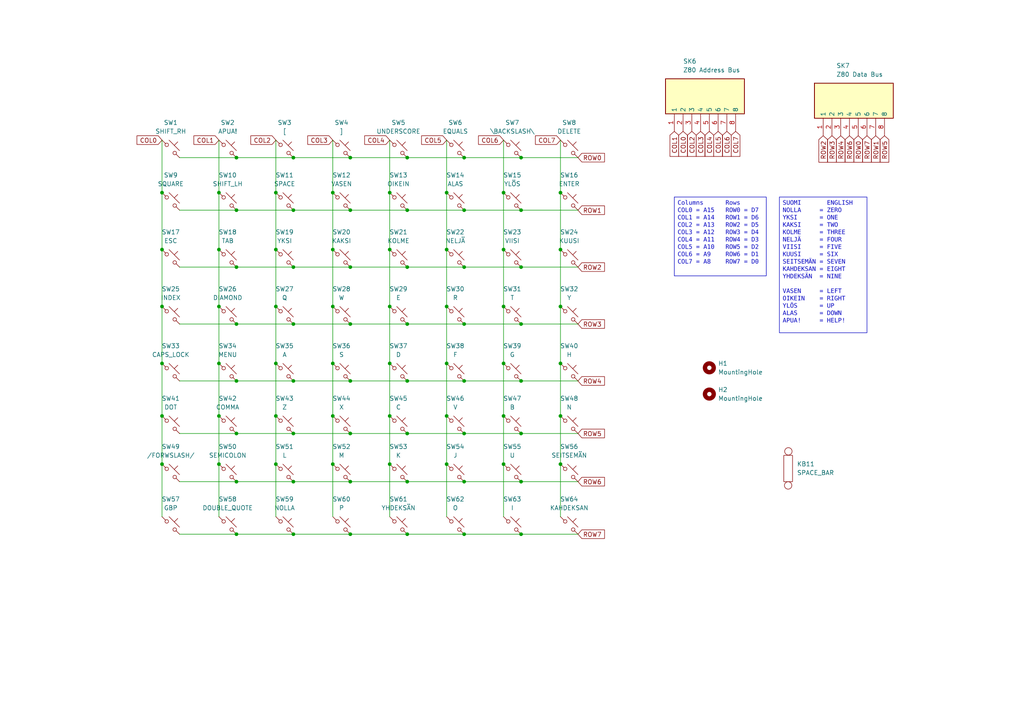
<source format=kicad_sch>
(kicad_sch (version 20250114) (generator "eeschema") (generator_version "9.0")
  (paper "A4")
  (title_block (title "Z88 Mechanical Keyboard") (date "26-Jul-2025") (rev "B") (company "Brett Hallen") (comment 1 "www.youtube.com/@Brfff"))
  (lib_symbols
    (symbol "Clueless_Engineer:5-520314-8"
      (property "Reference" "J" (at 16.51 7.62 0))
      (property "Value" "5-520314-8" (at 16.51 5.08 0))
      (symbol "5-520314-8_1_1"
        (rectangle (start 5.08 2.54) (end 15.24 -20.32) (stroke (width 0.254)) (fill (type background)))
        (pin passive line (at 0 0 0) (length 5.08) (name "1") (number "1"))
        (pin passive line (at 0 -2.54 0) (length 5.08) (name "2") (number "2"))
        (pin passive line (at 0 -5.08 0) (length 5.08) (name "3") (number "3"))
        (pin passive line (at 0 -7.62 0) (length 5.08) (name "4") (number "4"))
        (pin passive line (at 0 -10.16 0) (length 5.08) (name "5") (number "5"))
        (pin passive line (at 0 -12.7 0) (length 5.08) (name "6") (number "6"))
        (pin passive line (at 0 -15.24 0) (length 5.08) (name "7") (number "7"))
        (pin passive line (at 0 -17.78 0) (length 5.08) (name "8") (number "8"))
      )
    )
    (symbol "Clueless_Engineer:Stabiliser"
      (property "Reference" "KB" (at 2.54 0 0))
      (symbol "Stabiliser_0_1"
        (rectangle (start -2.54 2.54) (end 0 -5.08))
        (circle (center -1.2768 -6.1794) (radius 1.0716))
        (circle (center -1.2056 3.7106) (radius 1.0716))
      )
    )
    (symbol "Mechanical:MountingHole" (pin_names (offset 1.016)) (exclude_from_sim yes) (in_bom no)
      (property "Reference" "H" (at 0 5.08 0))
      (property "Value" "MountingHole" (at 0 3.175 0))
      (symbol "MountingHole_0_1"
        (circle (center 0 0) (radius 1.27) (stroke (width 1.27)))
      )
    )
    (symbol "Switch:SW_Push_45deg" (pin_numbers (hide yes)) (pin_names (offset 1.016) (hide yes))
      (property "Reference" "SW" (at 3.048 1.016 0))
      (property "Value" "SW_Push_45deg" (at 0 -3.81 0))
      (symbol "SW_Push_45deg_0_1"
        (polyline (pts (xy -2.54 2.54) (xy -1.524 1.524) (xy -1.524 1.524)))
        (circle (center -1.1684 1.1684) (radius 0.508))
        (polyline (pts (xy -0.508 2.54) (xy 2.54 -0.508)))
        (polyline (pts (xy 1.016 1.016) (xy 2.032 2.032)))
        (circle (center 1.143 -1.1938) (radius 0.508))
        (polyline (pts (xy 1.524 -1.524) (xy 2.54 -2.54) (xy 2.54 -2.54) (xy 2.54 -2.54)))
        (pin passive line (at -2.54 2.54 0) (length 0) (name "1") (number "1"))
        (pin passive line (at 2.54 -2.54 180) (length 0) (name "2") (number "2"))
      )
    )
  )
  (text_box "SUOMI       ENGLISH\nNOLLA     = ZERO\nYKSI      = ONE\nKAKSI     = TWO\nKOLME     = THREE\nNELJÄ     = FOUR\nVIISI     = FIVE\nKUUSI     = SIX\nSEITSEMÄN = SEVEN\nKAHDEKSAN = EIGHT\nYHDEKSÄN  = NINE\n\nVASEN     = LEFT\nOIKEIN    = RIGHT\nYLÖS      = UP\nALAS      = DOWN\nAPUA!     = HELP!" (at 226.06 57.15 0) (size 25.4 39.37) (margins 0.9525 0.9525 0.9525 0.9525) (effects (font (size 1.27 1.27)) (justify left top)))
  (text_box "Columns      Rows\nCOL0 = A15   ROW0 = D7\nCOL1 = A14   ROW1 = D6\nCOL2 = A13   ROW2 = D5\nCOL3 = A12   ROW3 = D4\nCOL4 = A11   ROW4 = D3\nCOL5 = A10   ROW5 = D2\nCOL6 = A9    ROW6 = D1\nCOL7 = A8    ROW7 = D0" (at 195.58 57.15 0) (size 26.67 22.86) (margins 0.9525 0.9525 0.9525 0.9525) (effects (font (size 1.27 1.27)) (justify left top)))
  (junction (at 162.56 120.65))
  (junction (at 151.13 110.49))
  (junction (at 118.11 110.49))
  (junction (at 129.54 55.88))
  (junction (at 101.6 139.7))
  (junction (at 129.54 120.65))
  (junction (at 134.62 154.94))
  (junction (at 80.01 55.88))
  (junction (at 118.11 139.7))
  (junction (at 68.58 154.94))
  (junction (at 96.52 55.88))
  (junction (at 151.13 154.94))
  (junction (at 129.54 88.9))
  (junction (at 46.99 120.65))
  (junction (at 113.03 88.9))
  (junction (at 113.03 120.65))
  (junction (at 129.54 72.39))
  (junction (at 146.05 105.41))
  (junction (at 46.99 55.88))
  (junction (at 101.6 110.49))
  (junction (at 80.01 120.65))
  (junction (at 113.03 72.39))
  (junction (at 63.5 72.39))
  (junction (at 134.62 93.98))
  (junction (at 113.03 134.62))
  (junction (at 68.58 139.7))
  (junction (at 162.56 88.9))
  (junction (at 101.6 93.98))
  (junction (at 63.5 120.65))
  (junction (at 151.13 77.47))
  (junction (at 162.56 105.41))
  (junction (at 46.99 72.39))
  (junction (at 80.01 134.62))
  (junction (at 46.99 88.9))
  (junction (at 80.01 88.9))
  (junction (at 63.5 88.9))
  (junction (at 151.13 60.96))
  (junction (at 118.11 125.73))
  (junction (at 80.01 105.41))
  (junction (at 68.58 110.49))
  (junction (at 46.99 134.62))
  (junction (at 96.52 134.62))
  (junction (at 101.6 125.73))
  (junction (at 85.09 77.47))
  (junction (at 68.58 125.73))
  (junction (at 146.05 120.65))
  (junction (at 134.62 125.73))
  (junction (at 162.56 55.88))
  (junction (at 85.09 110.49))
  (junction (at 151.13 93.98))
  (junction (at 118.11 77.47))
  (junction (at 118.11 154.94))
  (junction (at 85.09 45.72))
  (junction (at 151.13 45.72))
  (junction (at 162.56 72.39))
  (junction (at 134.62 77.47))
  (junction (at 151.13 125.73))
  (junction (at 63.5 105.41))
  (junction (at 118.11 60.96))
  (junction (at 101.6 60.96))
  (junction (at 85.09 139.7))
  (junction (at 46.99 105.41))
  (junction (at 96.52 72.39))
  (junction (at 146.05 55.88))
  (junction (at 85.09 154.94))
  (junction (at 162.56 134.62))
  (junction (at 68.58 45.72))
  (junction (at 68.58 60.96))
  (junction (at 118.11 45.72))
  (junction (at 63.5 134.62))
  (junction (at 134.62 110.49))
  (junction (at 68.58 93.98))
  (junction (at 113.03 55.88))
  (junction (at 134.62 60.96))
  (junction (at 96.52 120.65))
  (junction (at 85.09 125.73))
  (junction (at 63.5 55.88))
  (junction (at 146.05 88.9))
  (junction (at 68.58 77.47))
  (junction (at 134.62 45.72))
  (junction (at 129.54 105.41))
  (junction (at 146.05 72.39))
  (junction (at 146.05 134.62))
  (junction (at 101.6 45.72))
  (junction (at 80.01 72.39))
  (junction (at 129.54 134.62))
  (junction (at 113.03 105.41))
  (junction (at 101.6 77.47))
  (junction (at 151.13 139.7))
  (junction (at 96.52 105.41))
  (junction (at 101.6 154.94))
  (junction (at 118.11 93.98))
  (junction (at 85.09 93.98))
  (junction (at 85.09 60.96))
  (junction (at 134.62 139.7))
  (junction (at 96.52 88.9))
  (wire (pts (xy 80.01 134.62) (xy 80.01 149.86)))
  (wire (pts (xy 68.58 77.47) (xy 85.09 77.47)))
  (wire (pts (xy 63.5 40.64) (xy 63.5 55.88)))
  (wire (pts (xy 118.11 125.73) (xy 134.62 125.73)))
  (wire (pts (xy 146.05 120.65) (xy 146.05 134.62)))
  (wire (pts (xy 146.05 134.62) (xy 146.05 149.86)))
  (wire (pts (xy 63.5 88.9) (xy 63.5 105.41)))
  (wire (pts (xy 52.07 110.49) (xy 68.58 110.49)))
  (wire (pts (xy 129.54 55.88) (xy 129.54 72.39)))
  (wire (pts (xy 46.99 88.9) (xy 46.99 105.41)))
  (wire (pts (xy 80.01 40.64) (xy 80.01 55.88)))
  (wire (pts (xy 46.99 40.64) (xy 46.99 55.88)))
  (wire (pts (xy 52.07 77.47) (xy 68.58 77.47)))
  (wire (pts (xy 80.01 105.41) (xy 80.01 120.65)))
  (wire (pts (xy 85.09 77.47) (xy 101.6 77.47)))
  (wire (pts (xy 134.62 154.94) (xy 151.13 154.94)))
  (wire (pts (xy 68.58 60.96) (xy 85.09 60.96)))
  (wire (pts (xy 63.5 55.88) (xy 63.5 72.39)))
  (wire (pts (xy 80.01 88.9) (xy 80.01 105.41)))
  (wire (pts (xy 118.11 139.7) (xy 134.62 139.7)))
  (wire (pts (xy 151.13 125.73) (xy 167.64 125.73)))
  (wire (pts (xy 46.99 72.39) (xy 46.99 88.9)))
  (wire (pts (xy 46.99 105.41) (xy 46.99 120.65)))
  (wire (pts (xy 113.03 40.64) (xy 113.03 55.88)))
  (wire (pts (xy 52.07 93.98) (xy 68.58 93.98)))
  (wire (pts (xy 63.5 72.39) (xy 63.5 88.9)))
  (wire (pts (xy 68.58 110.49) (xy 85.09 110.49)))
  (wire (pts (xy 151.13 60.96) (xy 167.64 60.96)))
  (wire (pts (xy 113.03 55.88) (xy 113.03 72.39)))
  (wire (pts (xy 52.07 45.72) (xy 68.58 45.72)))
  (wire (pts (xy 118.11 45.72) (xy 134.62 45.72)))
  (wire (pts (xy 101.6 139.7) (xy 118.11 139.7)))
  (wire (pts (xy 134.62 110.49) (xy 151.13 110.49)))
  (wire (pts (xy 101.6 60.96) (xy 118.11 60.96)))
  (wire (pts (xy 134.62 60.96) (xy 151.13 60.96)))
  (wire (pts (xy 96.52 120.65) (xy 96.52 134.62)))
  (wire (pts (xy 96.52 134.62) (xy 96.52 149.86)))
  (wire (pts (xy 46.99 55.88) (xy 46.99 72.39)))
  (wire (pts (xy 146.05 88.9) (xy 146.05 105.41)))
  (wire (pts (xy 113.03 134.62) (xy 113.03 149.86)))
  (wire (pts (xy 80.01 72.39) (xy 80.01 88.9)))
  (wire (pts (xy 101.6 154.94) (xy 118.11 154.94)))
  (wire (pts (xy 129.54 120.65) (xy 129.54 134.62)))
  (wire (pts (xy 96.52 55.88) (xy 96.52 72.39)))
  (wire (pts (xy 63.5 105.41) (xy 63.5 120.65)))
  (wire (pts (xy 80.01 120.65) (xy 80.01 134.62)))
  (wire (pts (xy 134.62 45.72) (xy 151.13 45.72)))
  (wire (pts (xy 46.99 120.65) (xy 46.99 134.62)))
  (wire (pts (xy 80.01 55.88) (xy 80.01 72.39)))
  (wire (pts (xy 129.54 88.9) (xy 129.54 105.41)))
  (wire (pts (xy 46.99 134.62) (xy 46.99 149.86)))
  (wire (pts (xy 63.5 120.65) (xy 63.5 134.62)))
  (wire (pts (xy 151.13 110.49) (xy 167.64 110.49)))
  (wire (pts (xy 129.54 40.64) (xy 129.54 55.88)))
  (wire (pts (xy 118.11 93.98) (xy 134.62 93.98)))
  (wire (pts (xy 162.56 134.62) (xy 162.56 149.86)))
  (wire (pts (xy 146.05 105.41) (xy 146.05 120.65)))
  (wire (pts (xy 101.6 110.49) (xy 118.11 110.49)))
  (wire (pts (xy 85.09 154.94) (xy 101.6 154.94)))
  (wire (pts (xy 52.07 125.73) (xy 68.58 125.73)))
  (wire (pts (xy 118.11 154.94) (xy 134.62 154.94)))
  (wire (pts (xy 162.56 120.65) (xy 162.56 134.62)))
  (wire (pts (xy 113.03 88.9) (xy 113.03 105.41)))
  (wire (pts (xy 134.62 93.98) (xy 151.13 93.98)))
  (wire (pts (xy 113.03 105.41) (xy 113.03 120.65)))
  (wire (pts (xy 146.05 55.88) (xy 146.05 72.39)))
  (wire (pts (xy 146.05 72.39) (xy 146.05 88.9)))
  (wire (pts (xy 129.54 134.62) (xy 129.54 149.86)))
  (wire (pts (xy 162.56 40.64) (xy 162.56 55.88)))
  (wire (pts (xy 129.54 105.41) (xy 129.54 120.65)))
  (wire (pts (xy 118.11 77.47) (xy 134.62 77.47)))
  (wire (pts (xy 134.62 77.47) (xy 151.13 77.47)))
  (wire (pts (xy 96.52 40.64) (xy 96.52 55.88)))
  (wire (pts (xy 151.13 154.94) (xy 167.64 154.94)))
  (wire (pts (xy 101.6 77.47) (xy 118.11 77.47)))
  (wire (pts (xy 151.13 45.72) (xy 167.64 45.72)))
  (wire (pts (xy 85.09 45.72) (xy 101.6 45.72)))
  (wire (pts (xy 101.6 125.73) (xy 118.11 125.73)))
  (wire (pts (xy 85.09 93.98) (xy 101.6 93.98)))
  (wire (pts (xy 68.58 154.94) (xy 85.09 154.94)))
  (wire (pts (xy 134.62 139.7) (xy 151.13 139.7)))
  (wire (pts (xy 146.05 40.64) (xy 146.05 55.88)))
  (wire (pts (xy 96.52 88.9) (xy 96.52 105.41)))
  (wire (pts (xy 85.09 139.7) (xy 101.6 139.7)))
  (wire (pts (xy 118.11 60.96) (xy 134.62 60.96)))
  (wire (pts (xy 113.03 72.39) (xy 113.03 88.9)))
  (wire (pts (xy 101.6 93.98) (xy 118.11 93.98)))
  (wire (pts (xy 68.58 45.72) (xy 85.09 45.72)))
  (wire (pts (xy 162.56 72.39) (xy 162.56 88.9)))
  (wire (pts (xy 118.11 110.49) (xy 134.62 110.49)))
  (wire (pts (xy 52.07 154.94) (xy 68.58 154.94)))
  (wire (pts (xy 52.07 139.7) (xy 68.58 139.7)))
  (wire (pts (xy 151.13 93.98) (xy 167.64 93.98)))
  (wire (pts (xy 68.58 125.73) (xy 85.09 125.73)))
  (wire (pts (xy 113.03 120.65) (xy 113.03 134.62)))
  (wire (pts (xy 85.09 60.96) (xy 101.6 60.96)))
  (wire (pts (xy 85.09 110.49) (xy 101.6 110.49)))
  (wire (pts (xy 101.6 45.72) (xy 118.11 45.72)))
  (wire (pts (xy 162.56 55.88) (xy 162.56 72.39)))
  (wire (pts (xy 68.58 93.98) (xy 85.09 93.98)))
  (wire (pts (xy 63.5 134.62) (xy 63.5 149.86)))
  (wire (pts (xy 129.54 72.39) (xy 129.54 88.9)))
  (wire (pts (xy 68.58 139.7) (xy 85.09 139.7)))
  (wire (pts (xy 151.13 77.47) (xy 167.64 77.47)))
  (wire (pts (xy 96.52 72.39) (xy 96.52 88.9)))
  (wire (pts (xy 162.56 105.41) (xy 162.56 120.65)))
  (wire (pts (xy 52.07 60.96) (xy 68.58 60.96)))
  (wire (pts (xy 85.09 125.73) (xy 101.6 125.73)))
  (wire (pts (xy 134.62 125.73) (xy 151.13 125.73)))
  (wire (pts (xy 162.56 88.9) (xy 162.56 105.41)))
  (wire (pts (xy 96.52 105.41) (xy 96.52 120.65)))
  (wire (pts (xy 151.13 139.7) (xy 167.64 139.7)))
  (global_label "COL7" (shape input) (at 213.36 38.1 270) (property "Intersheetrefs" "${INTERSHEET_REFS}" (effects (hide yes))))
  (global_label "ROW7" (shape input) (at 167.64 154.94 0) (property "Intersheetrefs" "${INTERSHEET_REFS}" (effects (hide yes))))
  (global_label "COL2" (shape input) (at 80.01 40.64 180) (property "Intersheetrefs" "${INTERSHEET_REFS}" (effects (hide yes))))
  (global_label "COL0" (shape input) (at 198.12 38.1 270) (property "Intersheetrefs" "${INTERSHEET_REFS}" (effects (hide yes))))
  (global_label "COL1" (shape input) (at 63.5 40.64 180) (property "Intersheetrefs" "${INTERSHEET_REFS}" (effects (hide yes))))
  (global_label "COL5" (shape input) (at 129.54 40.64 180) (property "Intersheetrefs" "${INTERSHEET_REFS}" (effects (hide yes))))
  (global_label "COL3" (shape input) (at 203.2 38.1 270) (property "Intersheetrefs" "${INTERSHEET_REFS}" (effects (hide yes))))
  (global_label "ROW3" (shape input) (at 167.64 93.98 0) (property "Intersheetrefs" "${INTERSHEET_REFS}" (effects (hide yes))))
  (global_label "COL7" (shape input) (at 162.56 40.64 180) (property "Intersheetrefs" "${INTERSHEET_REFS}" (effects (hide yes))))
  (global_label "COL0" (shape input) (at 46.99 40.64 180) (property "Intersheetrefs" "${INTERSHEET_REFS}" (effects (hide yes))))
  (global_label "ROW4" (shape input) (at 167.64 110.49 0) (property "Intersheetrefs" "${INTERSHEET_REFS}" (effects (hide yes))))
  (global_label "ROW5" (shape input) (at 256.54 39.37 270) (property "Intersheetrefs" "${INTERSHEET_REFS}" (effects (hide yes))))
  (global_label "ROW2" (shape input) (at 167.64 77.47 0) (property "Intersheetrefs" "${INTERSHEET_REFS}" (effects (hide yes))))
  (global_label "COL6" (shape input) (at 210.82 38.1 270) (property "Intersheetrefs" "${INTERSHEET_REFS}" (effects (hide yes))))
  (global_label "COL2" (shape input) (at 200.66 38.1 270) (property "Intersheetrefs" "${INTERSHEET_REFS}" (effects (hide yes))))
  (global_label "COL4" (shape input) (at 113.03 40.64 180) (property "Intersheetrefs" "${INTERSHEET_REFS}" (effects (hide yes))))
  (global_label "ROW2" (shape input) (at 238.76 39.37 270) (property "Intersheetrefs" "${INTERSHEET_REFS}" (effects (hide yes))))
  (global_label "ROW1" (shape input) (at 167.64 60.96 0) (property "Intersheetrefs" "${INTERSHEET_REFS}" (effects (hide yes))))
  (global_label "COL3" (shape input) (at 96.52 40.64 180) (property "Intersheetrefs" "${INTERSHEET_REFS}" (effects (hide yes))))
  (global_label "ROW5" (shape input) (at 167.64 125.73 0) (property "Intersheetrefs" "${INTERSHEET_REFS}" (effects (hide yes))))
  (global_label "COL1" (shape input) (at 195.58 38.1 270) (property "Intersheetrefs" "${INTERSHEET_REFS}" (effects (hide yes))))
  (global_label "ROW6" (shape input) (at 246.38 39.37 270) (property "Intersheetrefs" "${INTERSHEET_REFS}" (effects (hide yes))))
  (global_label "ROW6" (shape input) (at 167.64 139.7 0) (property "Intersheetrefs" "${INTERSHEET_REFS}" (effects (hide yes))))
  (global_label "ROW4" (shape input) (at 243.84 39.37 270) (property "Intersheetrefs" "${INTERSHEET_REFS}" (effects (hide yes))))
  (global_label "ROW0" (shape input) (at 248.92 39.37 270) (property "Intersheetrefs" "${INTERSHEET_REFS}" (effects (hide yes))))
  (global_label "COL4" (shape input) (at 205.74 38.1 270) (property "Intersheetrefs" "${INTERSHEET_REFS}" (effects (hide yes))))
  (global_label "COL6" (shape input) (at 146.05 40.64 180) (property "Intersheetrefs" "${INTERSHEET_REFS}" (effects (hide yes))))
  (global_label "COL5" (shape input) (at 208.28 38.1 270) (property "Intersheetrefs" "${INTERSHEET_REFS}" (effects (hide yes))))
  (global_label "ROW0" (shape input) (at 167.64 45.72 0) (property "Intersheetrefs" "${INTERSHEET_REFS}" (effects (hide yes))))
  (global_label "ROW7" (shape input) (at 251.46 39.37 270) (property "Intersheetrefs" "${INTERSHEET_REFS}" (effects (hide yes))))
  (global_label "ROW3" (shape input) (at 241.3 39.37 270) (property "Intersheetrefs" "${INTERSHEET_REFS}" (effects (hide yes))))
  (global_label "ROW1" (shape input) (at 254 39.37 270) (property "Intersheetrefs" "${INTERSHEET_REFS}" (effects (hide yes))))
  (symbol (lib_id "Switch:SW_Push_45deg") (at 82.55 137.16 0) (unit 1)
    (property "Reference" "SW51" (at 82.55 129.54 0))
    (property "Value" "L" (at 82.55 132.08 0))
    (property "Footprint" "Clueless_Engineer:SW_Gateron_LowProfile_THT" (effects (hide yes)))
    (property "Description" "Push button switch, normally open, two pins, 45° tilted" (effects (hide yes)))
  )
  (symbol (lib_id "Switch:SW_Push_45deg") (at 115.57 123.19 0) (unit 1)
    (property "Reference" "SW45" (at 115.57 115.57 0))
    (property "Value" "C" (at 115.57 118.11 0))
    (property "Footprint" "Clueless_Engineer:SW_Gateron_LowProfile_THT" (effects (hide yes)))
    (property "Description" "Push button switch, normally open, two pins, 45° tilted" (effects (hide yes)))
  )
  (symbol (lib_id "Mechanical:MountingHole") (at 205.74 106.68 0) (unit 1) (exclude_from_sim yes) (in_bom no)
    (property "Reference" "H1" (at 208.28 105.4099 0) (effects (justify left)))
    (property "Value" "MountingHole" (at 208.28 107.9499 0) (effects (justify left)))
    (property "Footprint" "MountingHole:MountingHole_3.2mm_M3" (effects (hide yes)))
    (property "Description" "Mounting Hole without connection" (effects (hide yes)))
  )
  (symbol (lib_id "Switch:SW_Push_45deg") (at 165.1 43.18 0) (unit 1)
    (property "Reference" "SW8" (at 165.1 35.56 0))
    (property "Value" "DELETE" (at 165.1 38.1 0))
    (property "Footprint" "Clueless_Engineer:SW_Gateron_LowProfile_THT" (effects (hide yes)))
    (property "Description" "Push button switch, normally open, two pins, 45° tilted" (effects (hide yes)))
  )
  (symbol (lib_id "Switch:SW_Push_45deg") (at 115.57 43.18 0) (unit 1)
    (property "Reference" "SW5" (at 115.57 35.56 0))
    (property "Value" "UNDERSCORE" (at 115.57 38.1 0))
    (property "Footprint" "Clueless_Engineer:SW_Gateron_LowProfile_THT" (effects (hide yes)))
    (property "Description" "Push button switch, normally open, two pins, 45° tilted" (effects (hide yes)))
  )
  (symbol (lib_id "Switch:SW_Push_45deg") (at 132.08 152.4 0) (unit 1)
    (property "Reference" "SW62" (at 132.08 144.78 0))
    (property "Value" "O" (at 132.08 147.32 0))
    (property "Footprint" "Clueless_Engineer:SW_Gateron_LowProfile_THT" (effects (hide yes)))
    (property "Description" "Push button switch, normally open, two pins, 45° tilted" (effects (hide yes)))
  )
  (symbol (lib_id "Switch:SW_Push_45deg") (at 66.04 152.4 0) (unit 1)
    (property "Reference" "SW58" (at 66.04 144.78 0))
    (property "Value" "DOUBLE_QUOTE" (at 66.04 147.32 0))
    (property "Footprint" "Clueless_Engineer:SW_Gateron_LowProfile_THT" (effects (hide yes)))
    (property "Description" "Push button switch, normally open, two pins, 45° tilted" (effects (hide yes)))
  )
  (symbol (lib_id "Switch:SW_Push_45deg") (at 49.53 58.42 0) (unit 1)
    (property "Reference" "SW9" (at 49.53 50.8 0))
    (property "Value" "SQUARE" (at 49.53 53.34 0))
    (property "Footprint" "Clueless_Engineer:SW_Gateron_LowProfile_THT" (effects (hide yes)))
    (property "Description" "Push button switch, normally open, two pins, 45° tilted" (effects (hide yes)))
  )
  (symbol (lib_id "Switch:SW_Push_45deg") (at 115.57 137.16 0) (unit 1)
    (property "Reference" "SW53" (at 115.57 129.54 0))
    (property "Value" "K" (at 115.57 132.08 0))
    (property "Footprint" "Clueless_Engineer:SW_Gateron_LowProfile_THT" (effects (hide yes)))
    (property "Description" "Push button switch, normally open, two pins, 45° tilted" (effects (hide yes)))
  )
  (symbol (lib_id "Switch:SW_Push_45deg") (at 82.55 123.19 0) (unit 1)
    (property "Reference" "SW43" (at 82.55 115.57 0))
    (property "Value" "Z" (at 82.55 118.11 0))
    (property "Footprint" "Clueless_Engineer:SW_Gateron_LowProfile_THT" (effects (hide yes)))
    (property "Description" "Push button switch, normally open, two pins, 45° tilted" (effects (hide yes)))
  )
  (symbol (lib_id "Switch:SW_Push_45deg") (at 82.55 91.44 0) (unit 1)
    (property "Reference" "SW27" (at 82.55 83.82 0))
    (property "Value" "Q" (at 82.55 86.36 0))
    (property "Footprint" "Clueless_Engineer:SW_Gateron_LowProfile_THT" (effects (hide yes)))
    (property "Description" "Push button switch, normally open, two pins, 45° tilted" (effects (hide yes)))
  )
  (symbol (lib_id "Switch:SW_Push_45deg") (at 115.57 152.4 0) (unit 1)
    (property "Reference" "SW61" (at 115.57 144.78 0))
    (property "Value" "YHDEKSÄN" (at 115.57 147.32 0))
    (property "Footprint" "Clueless_Engineer:SW_Gateron_LowProfile_THT" (effects (hide yes)))
    (property "Description" "Push button switch, normally open, two pins, 45° tilted" (effects (hide yes)))
  )
  (symbol (lib_id "Switch:SW_Push_45deg") (at 148.59 123.19 0) (unit 1)
    (property "Reference" "SW47" (at 148.59 115.57 0))
    (property "Value" "B" (at 148.59 118.11 0))
    (property "Footprint" "Clueless_Engineer:SW_Gateron_LowProfile_THT" (effects (hide yes)))
    (property "Description" "Push button switch, normally open, two pins, 45° tilted" (effects (hide yes)))
  )
  (symbol (lib_id "Switch:SW_Push_45deg") (at 82.55 74.93 0) (unit 1)
    (property "Reference" "SW19" (at 82.55 67.31 0))
    (property "Value" "YKSI" (at 82.55 69.85 0))
    (property "Footprint" "Clueless_Engineer:SW_Gateron_LowProfile_THT" (effects (hide yes)))
    (property "Description" "Push button switch, normally open, two pins, 45° tilted" (effects (hide yes)))
  )
  (symbol (lib_id "Switch:SW_Push_45deg") (at 82.55 43.18 0) (unit 1)
    (property "Reference" "SW3" (at 82.55 35.56 0))
    (property "Value" "[" (at 82.55 38.1 0))
    (property "Footprint" "Clueless_Engineer:SW_Gateron_LowProfile_THT" (effects (hide yes)))
    (property "Description" "Push button switch, normally open, two pins, 45° tilted" (effects (hide yes)))
  )
  (symbol (lib_id "Switch:SW_Push_45deg") (at 49.53 107.95 0) (unit 1)
    (property "Reference" "SW33" (at 49.53 100.33 0))
    (property "Value" "CAPS_LOCK" (at 49.53 102.87 0))
    (property "Footprint" "Clueless_Engineer:SW_Gateron_LowProfile_THT" (effects (hide yes)))
    (property "Description" "Push button switch, normally open, two pins, 45° tilted" (effects (hide yes)))
  )
  (symbol (lib_id "Switch:SW_Push_45deg") (at 49.53 137.16 0) (unit 1)
    (property "Reference" "SW49" (at 49.53 129.54 0))
    (property "Value" "/FORWSLASH/" (at 49.53 132.08 0))
    (property "Footprint" "Clueless_Engineer:SW_Gateron_LowProfile_THT" (effects (hide yes)))
    (property "Description" "Push button switch, normally open, two pins, 45° tilted" (effects (hide yes)))
  )
  (symbol (lib_id "Switch:SW_Push_45deg") (at 132.08 58.42 0) (unit 1)
    (property "Reference" "SW14" (at 132.08 50.8 0))
    (property "Value" "ALAS" (at 132.08 53.34 0))
    (property "Footprint" "Clueless_Engineer:SW_Gateron_LowProfile_THT" (effects (hide yes)))
    (property "Description" "Push button switch, normally open, two pins, 45° tilted" (effects (hide yes)))
  )
  (symbol (lib_id "Switch:SW_Push_45deg") (at 132.08 74.93 0) (unit 1)
    (property "Reference" "SW22" (at 132.08 67.31 0))
    (property "Value" "NELJÄ" (at 132.08 69.85 0))
    (property "Footprint" "Clueless_Engineer:SW_Gateron_LowProfile_THT" (effects (hide yes)))
    (property "Description" "Push button switch, normally open, two pins, 45° tilted" (effects (hide yes)))
  )
  (symbol (lib_id "Switch:SW_Push_45deg") (at 99.06 123.19 0) (unit 1)
    (property "Reference" "SW44" (at 99.06 115.57 0))
    (property "Value" "X" (at 99.06 118.11 0))
    (property "Footprint" "Clueless_Engineer:SW_Gateron_LowProfile_THT" (effects (hide yes)))
    (property "Description" "Push button switch, normally open, two pins, 45° tilted" (effects (hide yes)))
  )
  (symbol (lib_id "Switch:SW_Push_45deg") (at 115.57 107.95 0) (unit 1)
    (property "Reference" "SW37" (at 115.57 100.33 0))
    (property "Value" "D" (at 115.57 102.87 0))
    (property "Footprint" "Clueless_Engineer:SW_Gateron_LowProfile_THT" (effects (hide yes)))
    (property "Description" "Push button switch, normally open, two pins, 45° tilted" (effects (hide yes)))
  )
  (symbol (lib_id "Switch:SW_Push_45deg") (at 82.55 58.42 0) (unit 1)
    (property "Reference" "SW11" (at 82.55 50.8 0))
    (property "Value" "SPACE" (at 82.55 53.34 0))
    (property "Footprint" "Clueless_Engineer:SW_Gateron_LowProfile_THT" (effects (hide yes)))
    (property "Description" "Push button switch, normally open, two pins, 45° tilted" (effects (hide yes)))
  )
  (symbol (lib_id "Switch:SW_Push_45deg") (at 66.04 74.93 0) (unit 1)
    (property "Reference" "SW18" (at 66.04 67.31 0))
    (property "Value" "TAB" (at 66.04 69.85 0))
    (property "Footprint" "Clueless_Engineer:SW_Gateron_LowProfile_THT" (effects (hide yes)))
    (property "Description" "Push button switch, normally open, two pins, 45° tilted" (effects (hide yes)))
  )
  (symbol (lib_id "Switch:SW_Push_45deg") (at 132.08 43.18 0) (unit 1)
    (property "Reference" "SW6" (at 132.08 35.56 0))
    (property "Value" "EQUALS" (at 132.08 38.1 0))
    (property "Footprint" "Clueless_Engineer:SW_Gateron_LowProfile_THT" (effects (hide yes)))
    (property "Description" "Push button switch, normally open, two pins, 45° tilted" (effects (hide yes)))
  )
  (symbol (lib_id "Switch:SW_Push_45deg") (at 148.59 137.16 0) (unit 1)
    (property "Reference" "SW55" (at 148.59 129.54 0))
    (property "Value" "U" (at 148.59 132.08 0))
    (property "Footprint" "Clueless_Engineer:SW_Gateron_LowProfile_THT" (effects (hide yes)))
    (property "Description" "Push button switch, normally open, two pins, 45° tilted" (effects (hide yes)))
  )
  (symbol (lib_id "Switch:SW_Push_45deg") (at 115.57 91.44 0) (unit 1)
    (property "Reference" "SW29" (at 115.57 83.82 0))
    (property "Value" "E" (at 115.57 86.36 0))
    (property "Footprint" "Clueless_Engineer:SW_Gateron_LowProfile_THT" (effects (hide yes)))
    (property "Description" "Push button switch, normally open, two pins, 45° tilted" (effects (hide yes)))
  )
  (symbol (lib_id "Switch:SW_Push_45deg") (at 148.59 152.4 0) (unit 1)
    (property "Reference" "SW63" (at 148.59 144.78 0))
    (property "Value" "I" (at 148.59 147.32 0))
    (property "Footprint" "Clueless_Engineer:SW_Gateron_LowProfile_THT" (effects (hide yes)))
    (property "Description" "Push button switch, normally open, two pins, 45° tilted" (effects (hide yes)))
  )
  (symbol (lib_id "Switch:SW_Push_45deg") (at 115.57 58.42 0) (unit 1)
    (property "Reference" "SW13" (at 115.57 50.8 0))
    (property "Value" "OIKEIN" (at 115.57 53.34 0))
    (property "Footprint" "Clueless_Engineer:SW_Gateron_LowProfile_THT" (effects (hide yes)))
    (property "Description" "Push button switch, normally open, two pins, 45° tilted" (effects (hide yes)))
  )
  (symbol (lib_id "Switch:SW_Push_45deg") (at 49.53 74.93 0) (unit 1)
    (property "Reference" "SW17" (at 49.53 67.31 0))
    (property "Value" "ESC" (at 49.53 69.85 0))
    (property "Footprint" "Clueless_Engineer:SW_Gateron_LowProfile_THT" (effects (hide yes)))
    (property "Description" "Push button switch, normally open, two pins, 45° tilted" (effects (hide yes)))
  )
  (symbol (lib_id "Switch:SW_Push_45deg") (at 99.06 152.4 0) (unit 1)
    (property "Reference" "SW60" (at 99.06 144.78 0))
    (property "Value" "P" (at 99.06 147.32 0))
    (property "Footprint" "Clueless_Engineer:SW_Gateron_LowProfile_THT" (effects (hide yes)))
    (property "Description" "Push button switch, normally open, two pins, 45° tilted" (effects (hide yes)))
  )
  (symbol (lib_id "Switch:SW_Push_45deg") (at 66.04 107.95 0) (unit 1)
    (property "Reference" "SW34" (at 66.04 100.33 0))
    (property "Value" "MENU" (at 66.04 102.87 0))
    (property "Footprint" "Clueless_Engineer:SW_Gateron_LowProfile_THT" (effects (hide yes)))
    (property "Description" "Push button switch, normally open, two pins, 45° tilted" (effects (hide yes)))
  )
  (symbol (lib_id "Switch:SW_Push_45deg") (at 82.55 107.95 0) (unit 1)
    (property "Reference" "SW35" (at 82.55 100.33 0))
    (property "Value" "A" (at 82.55 102.87 0))
    (property "Footprint" "Clueless_Engineer:SW_Gateron_LowProfile_THT" (effects (hide yes)))
    (property "Description" "Push button switch, normally open, two pins, 45° tilted" (effects (hide yes)))
  )
  (symbol (lib_id "Switch:SW_Push_45deg") (at 115.57 74.93 0) (unit 1)
    (property "Reference" "SW21" (at 115.57 67.31 0))
    (property "Value" "KOLME" (at 115.57 69.85 0))
    (property "Footprint" "Clueless_Engineer:SW_Gateron_LowProfile_THT" (effects (hide yes)))
    (property "Description" "Push button switch, normally open, two pins, 45° tilted" (effects (hide yes)))
  )
  (symbol (lib_id "Switch:SW_Push_45deg") (at 165.1 58.42 0) (unit 1)
    (property "Reference" "SW16" (at 165.1 50.8 0))
    (property "Value" "ENTER" (at 165.1 53.34 0))
    (property "Footprint" "Clueless_Engineer:SW_Gateron_LowProfile_THT" (effects (hide yes)))
    (property "Description" "Push button switch, normally open, two pins, 45° tilted" (effects (hide yes)))
  )
  (symbol (lib_id "Switch:SW_Push_45deg") (at 49.53 123.19 0) (unit 1)
    (property "Reference" "SW41" (at 49.53 115.57 0))
    (property "Value" "DOT" (at 49.53 118.11 0))
    (property "Footprint" "Clueless_Engineer:SW_Gateron_LowProfile_THT" (effects (hide yes)))
    (property "Description" "Push button switch, normally open, two pins, 45° tilted" (effects (hide yes)))
  )
  (symbol (lib_id "Switch:SW_Push_45deg") (at 132.08 107.95 0) (unit 1)
    (property "Reference" "SW38" (at 132.08 100.33 0))
    (property "Value" "F" (at 132.08 102.87 0))
    (property "Footprint" "Clueless_Engineer:SW_Gateron_LowProfile_THT" (effects (hide yes)))
    (property "Description" "Push button switch, normally open, two pins, 45° tilted" (effects (hide yes)))
  )
  (symbol (lib_id "Switch:SW_Push_45deg") (at 165.1 152.4 0) (unit 1)
    (property "Reference" "SW64" (at 165.1 144.78 0))
    (property "Value" "KAHDEKSAN" (at 165.1 147.32 0))
    (property "Footprint" "Clueless_Engineer:SW_Gateron_LowProfile_THT" (effects (hide yes)))
    (property "Description" "Push button switch, normally open, two pins, 45° tilted" (effects (hide yes)))
  )
  (symbol (lib_id "Switch:SW_Push_45deg") (at 165.1 91.44 0) (unit 1)
    (property "Reference" "SW32" (at 165.1 83.82 0))
    (property "Value" "Y" (at 165.1 86.36 0))
    (property "Footprint" "Clueless_Engineer:SW_Gateron_LowProfile_THT" (effects (hide yes)))
    (property "Description" "Push button switch, normally open, two pins, 45° tilted" (effects (hide yes)))
  )
  (symbol (lib_id "Switch:SW_Push_45deg") (at 148.59 43.18 0) (unit 1)
    (property "Reference" "SW7" (at 148.59 35.56 0))
    (property "Value" "\\BACKSLASH\\" (at 148.59 38.1 0))
    (property "Footprint" "Clueless_Engineer:SW_Gateron_LowProfile_THT" (effects (hide yes)))
    (property "Description" "Push button switch, normally open, two pins, 45° tilted" (effects (hide yes)))
  )
  (symbol (lib_id "Switch:SW_Push_45deg") (at 165.1 74.93 0) (unit 1)
    (property "Reference" "SW24" (at 165.1 67.31 0))
    (property "Value" "KUUSI" (at 165.1 69.85 0))
    (property "Footprint" "Clueless_Engineer:SW_Gateron_LowProfile_THT" (effects (hide yes)))
    (property "Description" "Push button switch, normally open, two pins, 45° tilted" (effects (hide yes)))
  )
  (symbol (lib_id "Switch:SW_Push_45deg") (at 66.04 137.16 0) (unit 1)
    (property "Reference" "SW50" (at 66.04 129.54 0))
    (property "Value" "SEMICOLON" (at 66.04 132.08 0))
    (property "Footprint" "Clueless_Engineer:SW_Gateron_LowProfile_THT" (effects (hide yes)))
    (property "Description" "Push button switch, normally open, two pins, 45° tilted" (effects (hide yes)))
  )
  (symbol (lib_id "Clueless_Engineer:Stabiliser") (at 229.87 134.62 0) (unit 1)
    (property "Reference" "KB11" (at 231.14 134.5843 0) (effects (justify left)))
    (property "Value" "SPACE_BAR" (at 231.14 137.1243 0) (effects (justify left)))
    (property "Footprint" "PCM_Mounting_Keyboard_Stabilizer:Stabilizer_Cherry_MX_7.00u" (effects (hide yes)))
  )
  (symbol (lib_id "Clueless_Engineer:5-520314-8") (at 195.58 38.1 90) (unit 1)
    (property "Reference" "SK6" (at 198.12 17.78 90) (effects (justify right)))
    (property "Value" "Z80 Address Bus" (at 198.12 20.32 90) (effects (justify right)))
    (property "Footprint" "Clueless_Engineer:55203148" (effects (hide yes)))
    (property "Datasheet" "https://www.te.com/commerce/DocumentDelivery/DDEController?Action=srchrtrv&DocNm=520314&DocType=Customer+Drawing&DocLang=English" (effects (hide yes)))
    (property "Description" "TRIOMATE ASSY H 8P L=2.54 LDFR" (effects (hide yes)))
    (property "Height" "4.83" (effects (hide yes)))
    (property "Mouser Part Number" "571-5-520314-8" (effects (hide yes)))
    (property "Mouser Price/Stock" "https://www.mouser.co.uk/ProductDetail/TE-Connectivity-AMP/5-520314-8?qs=lnVw2K6okukc2ogv5Hk%252BCA%3D%3D" (effects (hide yes)))
    (property "Manufacturer_Name" "TE Connectivity" (effects (hide yes)))
    (property "Manufacturer_Part_Number" "5-520314-8" (effects (hide yes)))
  )
  (symbol (lib_id "Switch:SW_Push_45deg") (at 99.06 43.18 0) (unit 1)
    (property "Reference" "SW4" (at 99.06 35.56 0))
    (property "Value" "]" (at 99.06 38.1 0))
    (property "Footprint" "Clueless_Engineer:SW_Gateron_LowProfile_THT" (effects (hide yes)))
    (property "Description" "Push button switch, normally open, two pins, 45° tilted" (effects (hide yes)))
  )
  (symbol (lib_id "Switch:SW_Push_45deg") (at 148.59 91.44 0) (unit 1)
    (property "Reference" "SW31" (at 148.59 83.82 0))
    (property "Value" "T" (at 148.59 86.36 0))
    (property "Footprint" "Clueless_Engineer:SW_Gateron_LowProfile_THT" (effects (hide yes)))
    (property "Description" "Push button switch, normally open, two pins, 45° tilted" (effects (hide yes)))
  )
  (symbol (lib_id "Switch:SW_Push_45deg") (at 148.59 74.93 0) (unit 1)
    (property "Reference" "SW23" (at 148.59 67.31 0))
    (property "Value" "VIISI" (at 148.59 69.85 0))
    (property "Footprint" "Clueless_Engineer:SW_Gateron_LowProfile_THT" (effects (hide yes)))
    (property "Description" "Push button switch, normally open, two pins, 45° tilted" (effects (hide yes)))
  )
  (symbol (lib_id "Switch:SW_Push_45deg") (at 165.1 137.16 0) (unit 1)
    (property "Reference" "SW56" (at 165.1 129.54 0))
    (property "Value" "SEITSEMÄN" (at 165.1 132.08 0))
    (property "Footprint" "Clueless_Engineer:SW_Gateron_LowProfile_THT" (effects (hide yes)))
    (property "Description" "Push button switch, normally open, two pins, 45° tilted" (effects (hide yes)))
  )
  (symbol (lib_id "Switch:SW_Push_45deg") (at 99.06 91.44 0) (unit 1)
    (property "Reference" "SW28" (at 99.06 83.82 0))
    (property "Value" "W" (at 99.06 86.36 0))
    (property "Footprint" "Clueless_Engineer:SW_Gateron_LowProfile_THT" (effects (hide yes)))
    (property "Description" "Push button switch, normally open, two pins, 45° tilted" (effects (hide yes)))
  )
  (symbol (lib_id "Switch:SW_Push_45deg") (at 132.08 91.44 0) (unit 1)
    (property "Reference" "SW30" (at 132.08 83.82 0))
    (property "Value" "R" (at 132.08 86.36 0))
    (property "Footprint" "Clueless_Engineer:SW_Gateron_LowProfile_THT" (effects (hide yes)))
    (property "Description" "Push button switch, normally open, two pins, 45° tilted" (effects (hide yes)))
  )
  (symbol (lib_id "Switch:SW_Push_45deg") (at 132.08 137.16 0) (unit 1)
    (property "Reference" "SW54" (at 132.08 129.54 0))
    (property "Value" "J" (at 132.08 132.08 0))
    (property "Footprint" "Clueless_Engineer:SW_Gateron_LowProfile_THT" (effects (hide yes)))
    (property "Description" "Push button switch, normally open, two pins, 45° tilted" (effects (hide yes)))
  )
  (symbol (lib_id "Switch:SW_Push_45deg") (at 66.04 58.42 0) (unit 1)
    (property "Reference" "SW10" (at 66.04 50.8 0))
    (property "Value" "SHIFT_LH" (at 66.04 53.34 0))
    (property "Footprint" "Clueless_Engineer:SW_Gateron_LowProfile_THT" (effects (hide yes)))
    (property "Description" "Push button switch, normally open, two pins, 45° tilted" (effects (hide yes)))
  )
  (symbol (lib_id "Switch:SW_Push_45deg") (at 99.06 58.42 0) (unit 1)
    (property "Reference" "SW12" (at 99.06 50.8 0))
    (property "Value" "VASEN" (at 99.06 53.34 0))
    (property "Footprint" "Clueless_Engineer:SW_Gateron_LowProfile_THT" (effects (hide yes)))
    (property "Description" "Push button switch, normally open, two pins, 45° tilted" (effects (hide yes)))
  )
  (symbol (lib_id "Switch:SW_Push_45deg") (at 66.04 91.44 0) (unit 1)
    (property "Reference" "SW26" (at 66.04 83.82 0))
    (property "Value" "DIAMOND" (at 66.04 86.36 0))
    (property "Footprint" "Clueless_Engineer:SW_Gateron_LowProfile_THT" (effects (hide yes)))
    (property "Description" "Push button switch, normally open, two pins, 45° tilted" (effects (hide yes)))
  )
  (symbol (lib_id "Switch:SW_Push_45deg") (at 82.55 152.4 0) (unit 1)
    (property "Reference" "SW59" (at 82.55 144.78 0))
    (property "Value" "NOLLA" (at 82.55 147.32 0))
    (property "Footprint" "Clueless_Engineer:SW_Gateron_LowProfile_THT" (effects (hide yes)))
    (property "Description" "Push button switch, normally open, two pins, 45° tilted" (effects (hide yes)))
  )
  (symbol (lib_id "Switch:SW_Push_45deg") (at 66.04 43.18 0) (unit 1)
    (property "Reference" "SW2" (at 66.04 35.56 0))
    (property "Value" "APUA!" (at 66.04 38.1 0))
    (property "Footprint" "Clueless_Engineer:SW_Gateron_LowProfile_THT" (effects (hide yes)))
    (property "Description" "Push button switch, normally open, two pins, 45° tilted" (effects (hide yes)))
  )
  (symbol (lib_id "Switch:SW_Push_45deg") (at 165.1 123.19 0) (unit 1)
    (property "Reference" "SW48" (at 165.1 115.57 0))
    (property "Value" "N" (at 165.1 118.11 0))
    (property "Footprint" "Clueless_Engineer:SW_Gateron_LowProfile_THT" (effects (hide yes)))
    (property "Description" "Push button switch, normally open, two pins, 45° tilted" (effects (hide yes)))
  )
  (symbol (lib_id "Switch:SW_Push_45deg") (at 165.1 107.95 0) (unit 1)
    (property "Reference" "SW40" (at 165.1 100.33 0))
    (property "Value" "H" (at 165.1 102.87 0))
    (property "Footprint" "Clueless_Engineer:SW_Gateron_LowProfile_THT" (effects (hide yes)))
    (property "Description" "Push button switch, normally open, two pins, 45° tilted" (effects (hide yes)))
  )
  (symbol (lib_id "Mechanical:MountingHole") (at 205.74 114.3 0) (unit 1) (exclude_from_sim yes) (in_bom no)
    (property "Reference" "H2" (at 208.28 113.0299 0) (effects (justify left)))
    (property "Value" "MountingHole" (at 208.28 115.5699 0) (effects (justify left)))
    (property "Footprint" "MountingHole:MountingHole_3.2mm_M3" (effects (hide yes)))
    (property "Description" "Mounting Hole without connection" (effects (hide yes)))
  )
  (symbol (lib_id "Switch:SW_Push_45deg") (at 49.53 43.18 0) (unit 1)
    (property "Reference" "SW1" (at 49.53 35.56 0))
    (property "Value" "SHIFT_RH" (at 49.53 38.1 0))
    (property "Footprint" "Clueless_Engineer:SW_Gateron_LowProfile_THT" (effects (hide yes)))
    (property "Description" "Push button switch, normally open, two pins, 45° tilted" (effects (hide yes)))
  )
  (symbol (lib_id "Switch:SW_Push_45deg") (at 132.08 123.19 0) (unit 1)
    (property "Reference" "SW46" (at 132.08 115.57 0))
    (property "Value" "V" (at 132.08 118.11 0))
    (property "Footprint" "Clueless_Engineer:SW_Gateron_LowProfile_THT" (effects (hide yes)))
    (property "Description" "Push button switch, normally open, two pins, 45° tilted" (effects (hide yes)))
  )
  (symbol (lib_id "Switch:SW_Push_45deg") (at 66.04 123.19 0) (unit 1)
    (property "Reference" "SW42" (at 66.04 115.57 0))
    (property "Value" "COMMA" (at 66.04 118.11 0))
    (property "Footprint" "Clueless_Engineer:SW_Gateron_LowProfile_THT" (effects (hide yes)))
    (property "Description" "Push button switch, normally open, two pins, 45° tilted" (effects (hide yes)))
  )
  (symbol (lib_id "Switch:SW_Push_45deg") (at 99.06 137.16 0) (unit 1)
    (property "Reference" "SW52" (at 99.06 129.54 0))
    (property "Value" "M" (at 99.06 132.08 0))
    (property "Footprint" "Clueless_Engineer:SW_Gateron_LowProfile_THT" (effects (hide yes)))
    (property "Description" "Push button switch, normally open, two pins, 45° tilted" (effects (hide yes)))
  )
  (symbol (lib_id "Switch:SW_Push_45deg") (at 99.06 107.95 0) (unit 1)
    (property "Reference" "SW36" (at 99.06 100.33 0))
    (property "Value" "S" (at 99.06 102.87 0))
    (property "Footprint" "Clueless_Engineer:SW_Gateron_LowProfile_THT" (effects (hide yes)))
    (property "Description" "Push button switch, normally open, two pins, 45° tilted" (effects (hide yes)))
  )
  (symbol (lib_id "Switch:SW_Push_45deg") (at 99.06 74.93 0) (unit 1)
    (property "Reference" "SW20" (at 99.06 67.31 0))
    (property "Value" "KAKSI" (at 99.06 69.85 0))
    (property "Footprint" "Clueless_Engineer:SW_Gateron_LowProfile_THT" (effects (hide yes)))
    (property "Description" "Push button switch, normally open, two pins, 45° tilted" (effects (hide yes)))
  )
  (symbol (lib_id "Switch:SW_Push_45deg") (at 148.59 107.95 0) (unit 1)
    (property "Reference" "SW39" (at 148.59 100.33 0))
    (property "Value" "G" (at 148.59 102.87 0))
    (property "Footprint" "Clueless_Engineer:SW_Gateron_LowProfile_THT" (effects (hide yes)))
    (property "Description" "Push button switch, normally open, two pins, 45° tilted" (effects (hide yes)))
  )
  (symbol (lib_id "Switch:SW_Push_45deg") (at 148.59 58.42 0) (unit 1)
    (property "Reference" "SW15" (at 148.59 50.8 0))
    (property "Value" "YLÖS" (at 148.59 53.34 0))
    (property "Footprint" "Clueless_Engineer:SW_Gateron_LowProfile_THT" (effects (hide yes)))
    (property "Description" "Push button switch, normally open, two pins, 45° tilted" (effects (hide yes)))
  )
  (symbol (lib_id "Switch:SW_Push_45deg") (at 49.53 152.4 0) (unit 1)
    (property "Reference" "SW57" (at 49.53 144.78 0))
    (property "Value" "GBP" (at 49.53 147.32 0))
    (property "Footprint" "Clueless_Engineer:SW_Gateron_LowProfile_THT" (effects (hide yes)))
    (property "Description" "Push button switch, normally open, two pins, 45° tilted" (effects (hide yes)))
  )
  (symbol (lib_id "Clueless_Engineer:5-520314-8") (at 238.76 39.37 90) (unit 1)
    (property "Reference" "SK7" (at 242.57 19.05 90) (effects (justify right)))
    (property "Value" "Z80 Data Bus" (at 242.57 21.59 90) (effects (justify right)))
    (property "Footprint" "Clueless_Engineer:55203148" (effects (hide yes)))
    (property "Datasheet" "https://www.te.com/commerce/DocumentDelivery/DDEController?Action=srchrtrv&DocNm=520314&DocType=Customer+Drawing&DocLang=English" (effects (hide yes)))
    (property "Description" "TRIOMATE ASSY H 8P L=2.54 LDFR" (effects (hide yes)))
    (property "Height" "4.83" (effects (hide yes)))
    (property "Mouser Part Number" "571-5-520314-8" (effects (hide yes)))
    (property "Mouser Price/Stock" "https://www.mouser.co.uk/ProductDetail/TE-Connectivity-AMP/5-520314-8?qs=lnVw2K6okukc2ogv5Hk%252BCA%3D%3D" (effects (hide yes)))
    (property "Manufacturer_Name" "TE Connectivity" (effects (hide yes)))
    (property "Manufacturer_Part_Number" "5-520314-8" (effects (hide yes)))
  )
  (symbol (lib_id "Switch:SW_Push_45deg") (at 49.53 91.44 0) (unit 1)
    (property "Reference" "SW25" (at 49.53 83.82 0))
    (property "Value" "INDEX" (at 49.53 86.36 0))
    (property "Footprint" "Clueless_Engineer:SW_Gateron_LowProfile_THT" (effects (hide yes)))
    (property "Description" "Push button switch, normally open, two pins, 45° tilted" (effects (hide yes)))
  )
)
</source>
